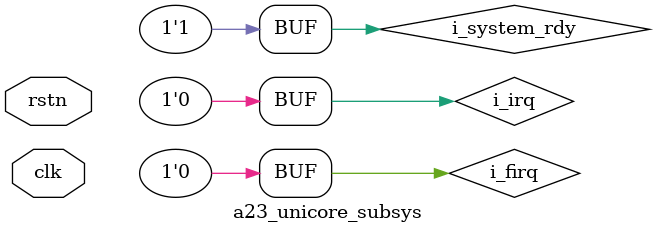
<source format=sv>
/****************************************************************************
 * a23_unicore_subsys.sv
 ****************************************************************************/

/**
 * Module: a23_unicore_subsys
 * 
 * TODO: Add module documentation
 * 
 * ID width of master is 5
 */
module a23_unicore_subsys #(
		parameter bit[31:0] PERIPH_BASE_ADDR = 'hf0000000
		) (
		input				clk,
		input				rstn,
		axi4_if.master		master);
//		input				irq[31:0] */);
	
	reg [15:0]			cnt = 0, cnt2 = 0;
	reg i_system_rdy = 1;
	reg i_irq = 0;
	reg i_firq = 0;
	
	always @(posedge clk) begin
		cnt <= cnt + 1;
	end
	
	assign cnt_zero = (cnt == 0);
	assign cnt2_zero = (cnt2 == 0);
	
	axi4_if #(
			.AXI4_ADDRESS_WIDTH(32),
			.AXI4_DATA_WIDTH(32),
			.AXI4_ID_WIDTH(4)
			) a23_0_2ic();
	
	axi4_if #(
			.AXI4_ADDRESS_WIDTH(32),
			.AXI4_DATA_WIDTH(32),
			.AXI4_ID_WIDTH(5)
			) ic2s0();
	
	axi4_a23_core #(
		.A23_CACHE_WAYS  (4)
		) u_a23_0 (
		.i_clk           (clk				), 
		.i_rstn          (rstn				), 
		.i_irq           (i_irq          ), 
		.i_firq          (i_firq         ), 
		.i_system_rdy    (i_system_rdy   ), 
		.master          (a23_0_2ic.master ));
	
	always @(posedge clk) begin
		if (a23_0_2ic.AWVALID) begin
			cnt2 <= cnt2 + 1;
		end
	end
	
	axi4_interconnect_1x1_pt #(
		.AXI4_ADDRESS_WIDTH  (32 ), 
		.AXI4_DATA_WIDTH     (32    ), 
		.AXI4_ID_WIDTH       (4      ), 
		.SLAVE0_ADDR_BASE    (PERIPH_BASE_ADDR   ), 
		.SLAVE0_ADDR_LIMIT   (PERIPH_BASE_ADDR+(4096-1))
		) axi4_interconnect_2x1_pt (
		.clk                 (clk                	), 
		.rstn                (rstn               	), 
		.m0                  (a23_0_2ic.slave    	), 
		.s0                  (ic2s0.master       	), 
		.sdflt               (master				));

	axi4_sram #(
		.MEM_ADDR_BITS      (4     ), 
		.AXI_ADDRESS_WIDTH  (32 ), 
		.AXI_DATA_WIDTH     (32    ), 
		.AXI_ID_WIDTH       (5      )
		) sram0 (
		.ACLK               (clk            ), 
		.ARESETn            (rstn           ), 
		.s                  (ic2s0.slave    ));

endmodule


</source>
